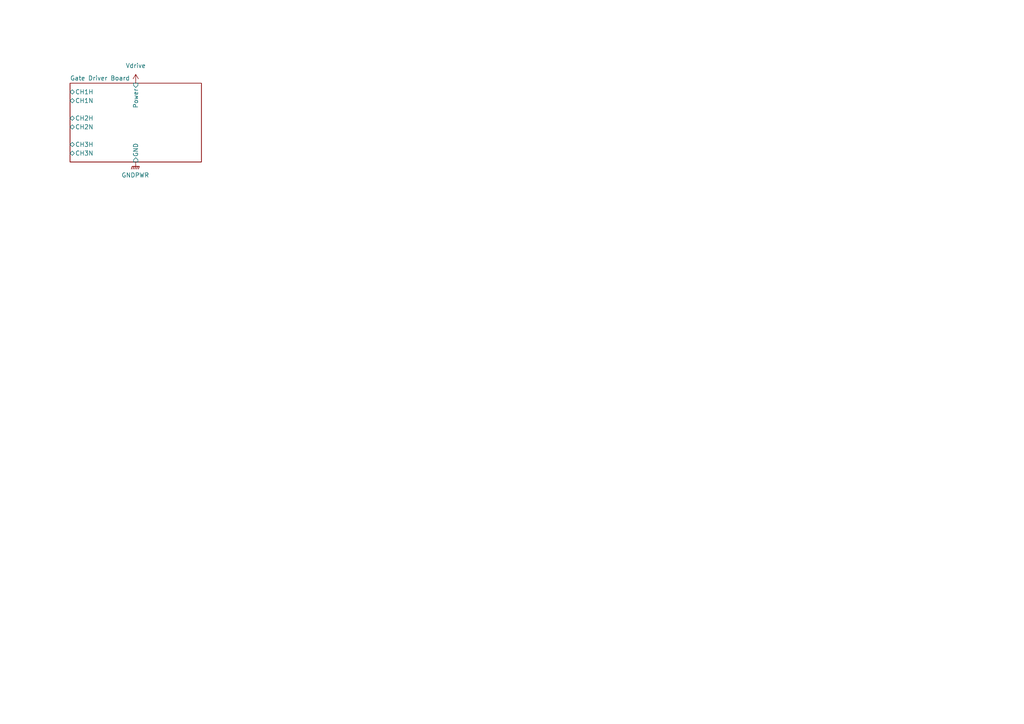
<source format=kicad_sch>
(kicad_sch (version 20250114) (generator "eeschema") (generator_version "9.0")
  (paper "A4")
  (lib_symbols
    (symbol "power:GNDPWR" (power) (pin_numbers (hide yes)) (pin_names (offset 0) (hide yes))
      (property "Value" "GNDPWR" (at 0 -3.302 0))
      (symbol "GNDPWR_0_1"
        (polyline (pts (xy -1.016 -1.27) (xy -1.27 -2.032) (xy -1.27 -2.032)) (stroke (width 0.2032)))
        (polyline (pts (xy -0.508 -1.27) (xy -0.762 -2.032) (xy -0.762 -2.032)) (stroke (width 0.2032)))
        (polyline (pts (xy 0 -1.27) (xy 0 0)))
        (polyline (pts (xy 0 -1.27) (xy -0.254 -2.032) (xy -0.254 -2.032)) (stroke (width 0.2032)))
        (polyline (pts (xy 0.508 -1.27) (xy 0.254 -2.032) (xy 0.254 -2.032)) (stroke (width 0.2032)))
        (polyline (pts (xy 1.016 -1.27) (xy -1.016 -1.27) (xy -1.016 -1.27)) (stroke (width 0.2032)))
        (polyline (pts (xy 1.016 -1.27) (xy 0.762 -2.032) (xy 0.762 -2.032) (xy 0.762 -2.032)) (stroke (width 0.2032)))
      )
      (symbol "GNDPWR_1_1"
        (pin power_in line (at 0 0 270) (length 0) (name "~") (number "1"))
      )
    )
    (symbol "power:Vdrive" (power) (pin_numbers (hide yes)) (pin_names (offset 0) (hide yes))
      (property "Value" "Vdrive" (at 0 3.556 0))
      (symbol "Vdrive_0_1"
        (polyline (pts (xy -0.762 1.27) (xy 0 2.54)))
        (polyline (pts (xy 0 2.54) (xy 0.762 1.27)))
        (polyline (pts (xy 0 0) (xy 0 2.54)))
      )
      (symbol "Vdrive_1_1"
        (pin power_in line (at 0 0 90) (length 0) (name "~") (number "1"))
      )
    )
  )
  (symbol (lib_id "power:GNDPWR") (at 39.37 46.99 0) (unit 1)
    (property "Reference" "#PWR02" (effects (hide yes)))
    (property "Value" "GNDPWR" (at 39.243 50.8 0))
    (property "Description" "Power symbol creates a global label with name \"GNDPWR\" , global ground" (effects (hide yes)))
  )
  (symbol (lib_id "power:Vdrive") (at 39.37 24.13 0) (unit 1)
    (property "Reference" "#PWR01" (effects (hide yes)))
    (property "Value" "Vdrive" (at 39.37 19.05 0))
    (property "Description" "Power symbol creates a global label with name \"Vdrive\"" (effects (hide yes)))
  )
  (sheet (at 20.32 24.13) (size 38.1 22.86) (stroke (width 0.1524))
    (property "Sheetname" "Gate Driver Board" (at 20.32 23.4184 0) (effects (justify left bottom)))
    (property "Sheetfile" "TLP250GDB.kicad_sch" (effects (hide yes)))
    (pin "CH1H" bidirectional (at 20.32 26.67 180))
    (pin "CH1N" bidirectional (at 20.32 29.21 180))
    (pin "CH2H" bidirectional (at 20.32 34.29 180))
    (pin "CH2N" bidirectional (at 20.32 36.83 180))
    (pin "CH3H" bidirectional (at 20.32 41.91 180))
    (pin "CH3N" bidirectional (at 20.32 44.45 180))
    (pin "GND" input (at 39.37 46.99 270))
    (pin "Power" input (at 39.37 24.13 90))
  )
)
</source>
